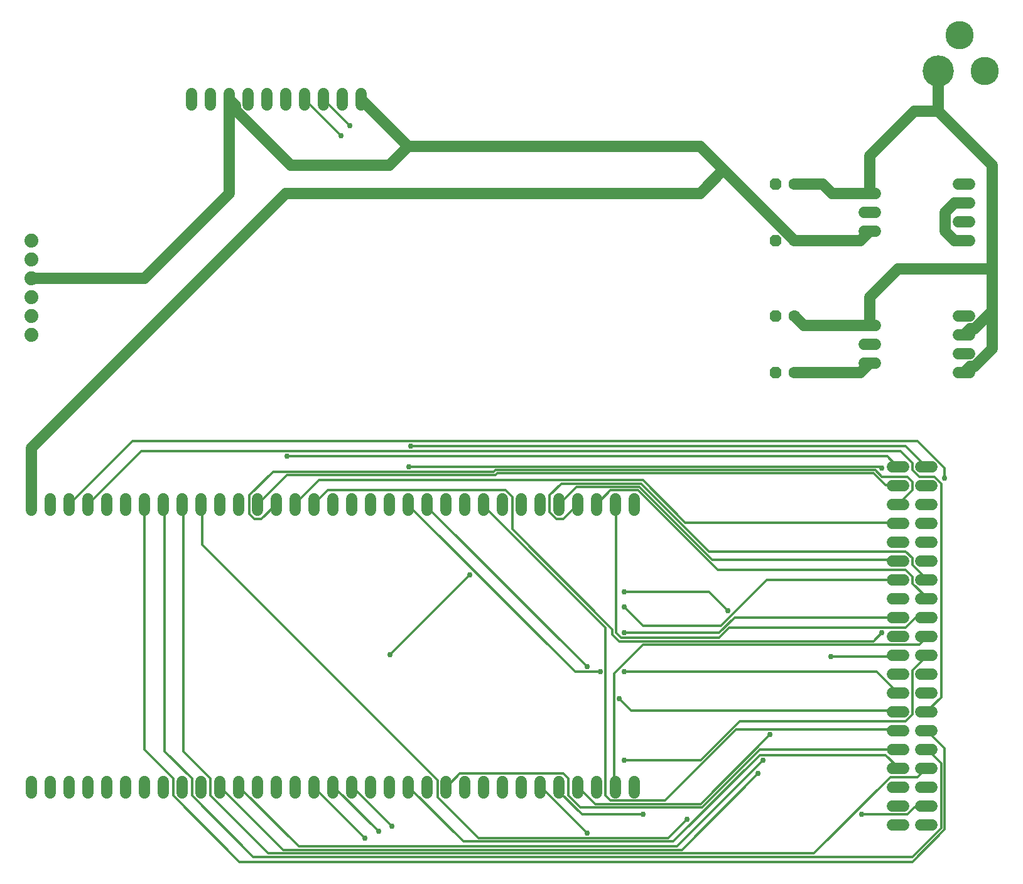
<source format=gbr>
G04 EAGLE Gerber X2 export*
%TF.Part,Single*%
%TF.FileFunction,Copper,L1,Top,Mixed*%
%TF.FilePolarity,Positive*%
%TF.GenerationSoftware,Autodesk,EAGLE,8.6.0*%
%TF.CreationDate,2018-04-17T18:32:18Z*%
G75*
%MOMM*%
%FSLAX34Y34*%
%LPD*%
%AMOC8*
5,1,8,0,0,1.08239X$1,22.5*%
G01*
%ADD10C,1.879600*%
%ADD11C,1.524000*%
%ADD12C,4.216000*%
%ADD13C,3.816000*%
%ADD14P,1.732040X8X202.500000*%
%ADD15C,1.600200*%
%ADD16C,0.304800*%
%ADD17C,0.756400*%


D10*
X76200Y723900D03*
X76200Y749300D03*
X76200Y774700D03*
X76200Y800100D03*
X76200Y825500D03*
X76200Y850900D03*
D11*
X76200Y121920D02*
X76200Y106680D01*
X101600Y106680D02*
X101600Y121920D01*
X127000Y121920D02*
X127000Y106680D01*
X152400Y106680D02*
X152400Y121920D01*
X177800Y121920D02*
X177800Y106680D01*
X203200Y106680D02*
X203200Y121920D01*
X228600Y121920D02*
X228600Y106680D01*
X254000Y106680D02*
X254000Y121920D01*
X279400Y121920D02*
X279400Y106680D01*
X304800Y106680D02*
X304800Y121920D01*
X330200Y121920D02*
X330200Y106680D01*
X355600Y106680D02*
X355600Y121920D01*
X381000Y121920D02*
X381000Y106680D01*
X406400Y106680D02*
X406400Y121920D01*
X431800Y121920D02*
X431800Y106680D01*
X457200Y106680D02*
X457200Y121920D01*
X482600Y121920D02*
X482600Y106680D01*
X508000Y106680D02*
X508000Y121920D01*
X533400Y121920D02*
X533400Y106680D01*
X558800Y106680D02*
X558800Y121920D01*
X76200Y487680D02*
X76200Y502920D01*
X101600Y502920D02*
X101600Y487680D01*
X127000Y487680D02*
X127000Y502920D01*
X152400Y502920D02*
X152400Y487680D01*
X177800Y487680D02*
X177800Y502920D01*
X203200Y502920D02*
X203200Y487680D01*
X228600Y487680D02*
X228600Y502920D01*
X254000Y502920D02*
X254000Y487680D01*
X279400Y487680D02*
X279400Y502920D01*
X304800Y502920D02*
X304800Y487680D01*
X330200Y487680D02*
X330200Y502920D01*
X355600Y502920D02*
X355600Y487680D01*
X381000Y487680D02*
X381000Y502920D01*
X406400Y502920D02*
X406400Y487680D01*
X431800Y487680D02*
X431800Y502920D01*
X457200Y502920D02*
X457200Y487680D01*
X482600Y487680D02*
X482600Y502920D01*
X508000Y502920D02*
X508000Y487680D01*
X533400Y487680D02*
X533400Y502920D01*
X558800Y502920D02*
X558800Y487680D01*
X584200Y121920D02*
X584200Y106680D01*
X609600Y106680D02*
X609600Y121920D01*
X635000Y121920D02*
X635000Y106680D01*
X660400Y106680D02*
X660400Y121920D01*
X685800Y121920D02*
X685800Y106680D01*
X711200Y106680D02*
X711200Y121920D01*
X736600Y121920D02*
X736600Y106680D01*
X762000Y106680D02*
X762000Y121920D01*
X787400Y121920D02*
X787400Y106680D01*
X812800Y106680D02*
X812800Y121920D01*
X838200Y121920D02*
X838200Y106680D01*
X863600Y106680D02*
X863600Y121920D01*
X889000Y121920D02*
X889000Y106680D01*
X584200Y487680D02*
X584200Y502920D01*
X609600Y502920D02*
X609600Y487680D01*
X635000Y487680D02*
X635000Y502920D01*
X660400Y502920D02*
X660400Y487680D01*
X685800Y487680D02*
X685800Y502920D01*
X711200Y502920D02*
X711200Y487680D01*
X736600Y487680D02*
X736600Y502920D01*
X762000Y502920D02*
X762000Y487680D01*
X787400Y487680D02*
X787400Y502920D01*
X812800Y502920D02*
X812800Y487680D01*
X838200Y487680D02*
X838200Y502920D01*
X863600Y502920D02*
X863600Y487680D01*
X889000Y487680D02*
X889000Y502920D01*
X292100Y1033780D02*
X292100Y1049020D01*
X317500Y1049020D02*
X317500Y1033780D01*
X342900Y1033780D02*
X342900Y1049020D01*
X368300Y1049020D02*
X368300Y1033780D01*
X393700Y1033780D02*
X393700Y1049020D01*
X419100Y1049020D02*
X419100Y1033780D01*
X444500Y1033780D02*
X444500Y1049020D01*
X469900Y1049020D02*
X469900Y1033780D01*
X495300Y1033780D02*
X495300Y1049020D01*
X520700Y1049020D02*
X520700Y1033780D01*
X1236980Y546100D02*
X1252220Y546100D01*
X1252220Y520700D02*
X1236980Y520700D01*
X1236980Y495300D02*
X1252220Y495300D01*
X1252220Y469900D02*
X1236980Y469900D01*
X1236980Y444500D02*
X1252220Y444500D01*
X1252220Y419100D02*
X1236980Y419100D01*
X1236980Y393700D02*
X1252220Y393700D01*
X1252220Y368300D02*
X1236980Y368300D01*
X1236980Y342900D02*
X1252220Y342900D01*
X1252220Y317500D02*
X1236980Y317500D01*
X1236980Y292100D02*
X1252220Y292100D01*
X1252220Y266700D02*
X1236980Y266700D01*
X1236980Y241300D02*
X1252220Y241300D01*
X1252220Y215900D02*
X1236980Y215900D01*
X1236980Y190500D02*
X1252220Y190500D01*
X1252220Y165100D02*
X1236980Y165100D01*
X1236980Y139700D02*
X1252220Y139700D01*
X1252220Y114300D02*
X1236980Y114300D01*
X1236980Y88900D02*
X1252220Y88900D01*
X1252220Y63500D02*
X1236980Y63500D01*
X1275080Y546100D02*
X1290320Y546100D01*
X1290320Y520700D02*
X1275080Y520700D01*
X1275080Y495300D02*
X1290320Y495300D01*
X1290320Y469900D02*
X1275080Y469900D01*
X1275080Y444500D02*
X1290320Y444500D01*
X1290320Y419100D02*
X1275080Y419100D01*
X1275080Y393700D02*
X1290320Y393700D01*
X1290320Y368300D02*
X1275080Y368300D01*
X1275080Y342900D02*
X1290320Y342900D01*
X1290320Y317500D02*
X1275080Y317500D01*
X1275080Y292100D02*
X1290320Y292100D01*
X1290320Y266700D02*
X1275080Y266700D01*
X1275080Y241300D02*
X1290320Y241300D01*
X1290320Y215900D02*
X1275080Y215900D01*
X1275080Y190500D02*
X1290320Y190500D01*
X1290320Y165100D02*
X1275080Y165100D01*
X1275080Y139700D02*
X1290320Y139700D01*
X1290320Y114300D02*
X1275080Y114300D01*
X1275080Y88900D02*
X1290320Y88900D01*
X1290320Y63500D02*
X1275080Y63500D01*
D12*
X1299100Y1079500D03*
D13*
X1361600Y1079500D03*
X1327600Y1127500D03*
D11*
X1325880Y850900D02*
X1341120Y850900D01*
X1341120Y876300D02*
X1325880Y876300D01*
X1325880Y901700D02*
X1341120Y901700D01*
X1341120Y927100D02*
X1325880Y927100D01*
D14*
X1079500Y927100D03*
D15*
X1104900Y927100D03*
D14*
X1079500Y850900D03*
D15*
X1104900Y850900D03*
D14*
X1079500Y749300D03*
D15*
X1104900Y749300D03*
D14*
X1079500Y673100D03*
D15*
X1104900Y673100D03*
D11*
X1325880Y673100D02*
X1341120Y673100D01*
X1341120Y698500D02*
X1325880Y698500D01*
X1325880Y723900D02*
X1341120Y723900D01*
X1341120Y749300D02*
X1325880Y749300D01*
X1214120Y914400D02*
X1198880Y914400D01*
X1198880Y889000D02*
X1214120Y889000D01*
X1214120Y863600D02*
X1198880Y863600D01*
X1198880Y736600D02*
X1214120Y736600D01*
X1214120Y711200D02*
X1198880Y711200D01*
X1198880Y685800D02*
X1214120Y685800D01*
X1193800Y850900D02*
X1206500Y863600D01*
X1193800Y850900D02*
X1104900Y850900D01*
X1009650Y946150D01*
X977900Y977900D01*
X584200Y977900D01*
X520700Y1041400D01*
X351536Y1032764D02*
X342900Y1041400D01*
X351536Y1032764D02*
X351536Y1026836D01*
X425872Y952500D01*
X558800Y952500D01*
X584200Y977900D01*
X228600Y800100D02*
X76200Y800100D01*
X228600Y800100D02*
X342900Y914400D01*
X342900Y1041400D01*
X76200Y571500D02*
X76200Y495300D01*
X76200Y571500D02*
X419100Y914400D01*
X977900Y914400D02*
X1009650Y946150D01*
X977900Y914400D02*
X419100Y914400D01*
D16*
X493776Y992124D02*
X444500Y1041400D01*
D17*
X493776Y992124D03*
D16*
X505206Y1005840D02*
X470916Y1040130D01*
X469900Y1041400D01*
D17*
X505206Y1005840D03*
D16*
X457200Y114300D02*
X525780Y45720D01*
D17*
X525780Y45720D03*
D16*
X544068Y54864D02*
X484632Y114300D01*
X482600Y114300D01*
D17*
X544068Y54864D03*
D16*
X562356Y61722D02*
X509778Y114300D01*
X508000Y114300D01*
D17*
X562356Y61722D03*
D16*
X585216Y114300D02*
X658368Y41148D01*
X941832Y41148D01*
X1058418Y157734D01*
X1227582Y157734D01*
X1243584Y141732D01*
X585216Y114300D02*
X584200Y114300D01*
X1243584Y141732D02*
X1244600Y139700D01*
X653796Y132588D02*
X635508Y114300D01*
X653796Y132588D02*
X793242Y132588D01*
X800100Y125730D01*
X800100Y102870D01*
X816102Y86868D01*
X980694Y86868D01*
X1058418Y164592D01*
X1243584Y164592D01*
X635508Y114300D02*
X635000Y114300D01*
X1243584Y164592D02*
X1244600Y165100D01*
X1243584Y192024D02*
X1026414Y192024D01*
X930402Y96012D01*
X857250Y96012D01*
X850392Y102870D01*
X850392Y329184D01*
X685800Y493776D01*
X1243584Y192024D02*
X1244600Y190500D01*
X685800Y493776D02*
X685800Y495300D01*
X884682Y217170D02*
X1243584Y217170D01*
X884682Y217170D02*
X868680Y233172D01*
X825246Y276606D02*
X608076Y493776D01*
X1243584Y217170D02*
X1244600Y215900D01*
X609600Y495300D02*
X608076Y493776D01*
D17*
X868680Y233172D03*
X825246Y276606D03*
D16*
X809244Y269748D02*
X585216Y493776D01*
X809244Y269748D02*
X843534Y269748D01*
X875538Y269748D02*
X1216152Y269748D01*
X1244600Y241300D01*
X585216Y493776D02*
X584200Y495300D01*
D17*
X843534Y269748D03*
X875538Y269748D03*
D16*
X475488Y514350D02*
X457200Y496062D01*
X475488Y514350D02*
X715518Y514350D01*
X724662Y505206D01*
X724662Y461772D01*
X859536Y326898D01*
X859536Y320040D01*
X868680Y310896D01*
X1211580Y310896D01*
X1223010Y322326D01*
X457200Y495300D02*
X457200Y496062D01*
D17*
X1223010Y322326D03*
D16*
X416052Y29718D02*
X331470Y114300D01*
X416052Y29718D02*
X953262Y29718D01*
X1056132Y132588D01*
X1154430Y290322D02*
X1243584Y290322D01*
X331470Y114300D02*
X330200Y114300D01*
X1243584Y290322D02*
X1244600Y292100D01*
D17*
X1056132Y132588D03*
X1154430Y290322D03*
D16*
X436626Y34290D02*
X356616Y114300D01*
X436626Y34290D02*
X946404Y34290D01*
X1062990Y150876D01*
X356616Y114300D02*
X355600Y114300D01*
D17*
X1062990Y150876D03*
D16*
X1003554Y322326D02*
X875538Y322326D01*
X1003554Y322326D02*
X1024128Y342900D01*
X1244600Y342900D01*
D17*
X875538Y322326D03*
X875538Y377444D03*
X1014984Y352044D03*
D16*
X989584Y377444D02*
X875538Y377444D01*
X989584Y377444D02*
X1014984Y352044D01*
X1005840Y331470D02*
X1067562Y393192D01*
X1243584Y393192D01*
X1244600Y393700D01*
D17*
X875538Y356870D03*
D16*
X900938Y331470D01*
X1005840Y331470D01*
X994410Y420624D02*
X1243584Y420624D01*
X994410Y420624D02*
X896112Y518922D01*
X811530Y518922D01*
X788670Y496062D01*
X1243584Y420624D02*
X1244600Y419100D01*
X788670Y496062D02*
X787400Y495300D01*
X957834Y470916D02*
X1243584Y470916D01*
X957834Y470916D02*
X900684Y528066D01*
X464058Y528066D01*
X432054Y496062D01*
X1243584Y470916D02*
X1244600Y469900D01*
X432054Y496062D02*
X431800Y495300D01*
X404622Y493776D02*
X386334Y475488D01*
X377190Y475488D01*
X370332Y482346D01*
X370332Y507492D01*
X402336Y539496D01*
X699516Y539496D01*
X701802Y541782D01*
X1213866Y541782D01*
X1223010Y532638D01*
X1257300Y532638D01*
X1264158Y525780D01*
X1264158Y514350D01*
X1245870Y496062D01*
X406400Y495300D02*
X404622Y493776D01*
X1244600Y495300D02*
X1245870Y496062D01*
X420624Y534924D02*
X381000Y495300D01*
X420624Y534924D02*
X701802Y534924D01*
X704088Y537210D01*
X1211580Y537210D01*
X1227582Y521208D01*
X1243584Y521208D01*
X1244600Y520700D01*
X825246Y52578D02*
X763524Y114300D01*
X762000Y114300D01*
D17*
X825246Y52578D03*
D16*
X1266444Y86868D02*
X1282446Y86868D01*
X1266444Y86868D02*
X1257300Y77724D01*
X1195578Y77724D01*
X900684Y77724D02*
X818388Y77724D01*
X788670Y107442D01*
X788670Y114300D01*
X1282446Y86868D02*
X1282700Y88900D01*
X788670Y114300D02*
X787400Y114300D01*
D17*
X1195578Y77724D03*
X900684Y77724D03*
D16*
X306324Y441198D02*
X306324Y493776D01*
X306324Y441198D02*
X624078Y123444D01*
X624078Y100584D01*
X678942Y45720D01*
X934974Y45720D01*
X960120Y70866D01*
X306324Y493776D02*
X304800Y495300D01*
D17*
X960120Y70866D03*
D16*
X281178Y162306D02*
X281178Y493776D01*
X281178Y162306D02*
X317754Y125730D01*
X317754Y102870D01*
X395478Y25146D01*
X1131570Y25146D01*
X1234440Y128016D01*
X1271016Y128016D01*
X1282700Y139700D01*
X281178Y493776D02*
X279400Y495300D01*
X256032Y493776D02*
X256032Y162306D01*
X292608Y125730D01*
X292608Y102870D01*
X374904Y20574D01*
X1264158Y20574D01*
X1303020Y59436D01*
X1303020Y146304D01*
X1284732Y164592D01*
X256032Y493776D02*
X254000Y495300D01*
X1282700Y165100D02*
X1284732Y164592D01*
X228600Y164592D02*
X228600Y495300D01*
X228600Y164592D02*
X267462Y125730D01*
X267462Y102870D01*
X356616Y13716D01*
X1264158Y13716D01*
X1307592Y57150D01*
X1307592Y166878D01*
X1284732Y189738D01*
X1282700Y190500D01*
X224028Y566928D02*
X152400Y495300D01*
X224028Y566928D02*
X1248156Y566928D01*
X1264158Y550926D01*
X1264158Y541782D01*
X1273302Y532638D01*
X1293876Y532638D01*
X1303020Y523494D01*
X1303020Y235458D01*
X1284732Y217170D01*
X1282700Y215900D01*
X212598Y580644D02*
X128016Y496062D01*
X212598Y580644D02*
X1271016Y580644D01*
X1307592Y544068D01*
X1307592Y530352D01*
X128016Y496062D02*
X127000Y495300D01*
D17*
X1307592Y530352D03*
D16*
X836676Y91440D02*
X813816Y114300D01*
X836676Y91440D02*
X978408Y91440D01*
X1072134Y185166D01*
X813816Y114300D02*
X812800Y114300D01*
D17*
X1072134Y185166D03*
D16*
X978408Y150876D02*
X875538Y150876D01*
X978408Y150876D02*
X1030986Y203454D01*
X1255014Y203454D01*
X1264158Y212598D01*
X1264158Y272034D01*
X1282446Y290322D01*
X1282700Y292100D01*
D17*
X875538Y150876D03*
D16*
X861822Y114300D02*
X861822Y267462D01*
X900684Y306324D01*
X1273302Y306324D01*
X1282446Y315468D01*
X863600Y114300D02*
X861822Y114300D01*
X1282446Y315468D02*
X1282700Y317500D01*
X1282700Y342900D02*
X1268730Y342900D01*
X1255014Y329184D01*
X1017270Y329184D01*
X1003554Y315468D01*
X870966Y315468D01*
X864108Y322326D01*
X864108Y493776D01*
X863600Y495300D01*
X1264158Y388620D02*
X1282446Y370332D01*
X1264158Y388620D02*
X1264158Y397764D01*
X1255014Y406908D01*
X1001268Y406908D01*
X893826Y514350D01*
X857250Y514350D01*
X838200Y495300D01*
X1282446Y370332D02*
X1282700Y368300D01*
X1282446Y395478D02*
X1264158Y413766D01*
X1264158Y422910D01*
X1255014Y432054D01*
X989838Y432054D01*
X898398Y523494D01*
X790956Y523494D01*
X774954Y507492D01*
X774954Y484632D01*
X784098Y475488D01*
X793242Y475488D01*
X811530Y493776D01*
X1282446Y395478D02*
X1282700Y393700D01*
X812800Y495300D02*
X811530Y493776D01*
X587502Y573786D02*
X1255014Y573786D01*
X1282700Y546100D01*
D17*
X587502Y573786D03*
D16*
X585216Y546354D02*
X1220724Y546354D01*
X1223010Y544068D01*
D17*
X585216Y546354D03*
X1223010Y544068D03*
X560070Y292608D03*
X667512Y400050D03*
D16*
X560070Y292608D01*
X420624Y560070D02*
X1229868Y560070D01*
X1243584Y546354D01*
X1244600Y546100D01*
D17*
X420624Y560070D03*
D11*
X1299100Y1025000D02*
X1299100Y1079500D01*
X1299100Y1025000D02*
X1371600Y952500D01*
X1348064Y732536D02*
X1342136Y732536D01*
X1333500Y723900D01*
X1371600Y812800D02*
X1371600Y952500D01*
X1371600Y812800D02*
X1371600Y756072D01*
X1348064Y732536D01*
X1342136Y681736D02*
X1333500Y673100D01*
X1342136Y681736D02*
X1348064Y681736D01*
X1371600Y705272D01*
X1371600Y756072D01*
X1206500Y914400D02*
X1206500Y965200D01*
X1266300Y1025000D01*
X1299100Y1025000D01*
X1143000Y927100D02*
X1104900Y927100D01*
X1143000Y927100D02*
X1155700Y914400D01*
X1206500Y914400D01*
X1206500Y774700D02*
X1206500Y736600D01*
X1206500Y774700D02*
X1244600Y812800D01*
X1371600Y812800D01*
X1117600Y736600D02*
X1104900Y749300D01*
X1117600Y736600D02*
X1206500Y736600D01*
X1193800Y673100D02*
X1104900Y673100D01*
X1193800Y673100D02*
X1206500Y685800D01*
X1320800Y901700D02*
X1333500Y901700D01*
X1320800Y901700D02*
X1308100Y889000D01*
X1308100Y863600D01*
X1320800Y850900D01*
X1333500Y850900D01*
M02*

</source>
